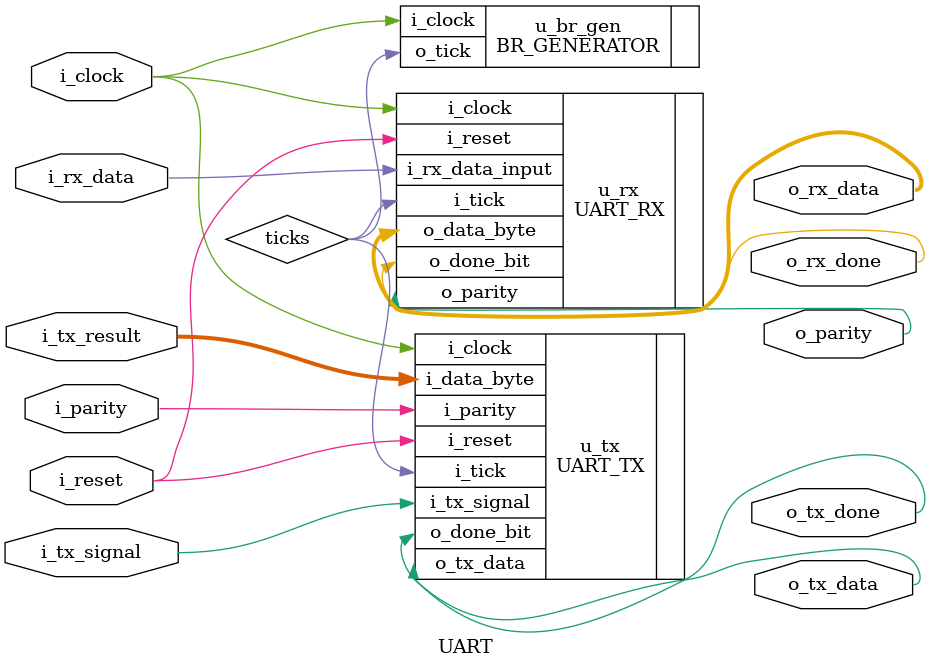
<source format=v>
`timescale 1ns / 1ps


module UART
#(
   //PARAMETERS
   parameter DATA_WIDTH = 8,
   parameter STOP_WIDTH = 1,
   parameter PARITY_WIDTH = 1
   )
   (
    //INPUTS
   input                        i_clock,
   input                        i_reset,
   input                        i_rx_data,
   input                        i_tx_signal,
   input  [DATA_WIDTH - 1:0]      i_tx_result,
   input  [PARITY_WIDTH -1 :0]  i_parity,
   //OUTPUT
   output                       o_rx_done,
   output [DATA_WIDTH - 1:0]      o_rx_data,
   output [PARITY_WIDTH-1 :0]   o_parity,
   output                       o_tx_data,
   output                       o_tx_done
 );
  

  BR_GENERATOR u_br_gen 
  (
    .i_clock           (i_clock),
    .o_tick            (ticks)    
  );
  
  
   UART_RX u_rx (
    .i_clock           (i_clock),
    .i_tick            (ticks),
    .i_reset           (i_reset),
    .i_rx_data_input   (i_rx_data), 
    .o_done_bit        (o_rx_done), 
    .o_data_byte       (o_rx_data),
    .o_parity          (o_parity)
  );
  
    UART_TX u_tx (
    .i_clock           (i_clock),
    .i_tick            (ticks),
    .i_reset           (i_reset),
    .i_data_byte       (i_tx_result),
    .i_parity          (i_parity),
    .i_tx_signal       (i_tx_signal), 
    .o_done_bit        (o_tx_done), 
    .o_tx_data         (o_tx_data)
  );

   
endmodule

</source>
